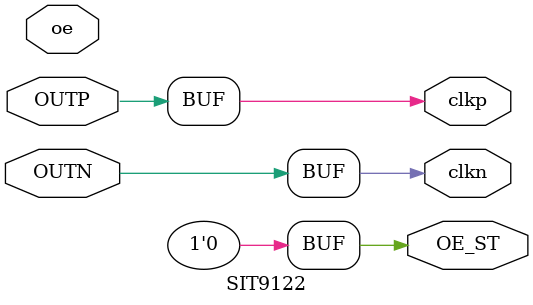
<source format=v>
module SIT9122 (output OE_ST,input OUTN,input OUTP,
 input oe,
 output clkp,
 output clkn);
// pin  OUTN is      MGTREFCLK0N_116 bank 116 bus_bmb7_Y4[1]         D5
// pin  OUTP is      MGTREFCLK0P_116 bank 116 bus_bmb7_Y4[0]         D6
// pin OE_ST is        IO_L10P_T1_16 bank  16 bus_bmb7_Y4[2]         C9
assign OE_ST=0;
assign clkp=OUTP;
assign clkn=OUTN;
//assign OUTN=0;
//assign OUTP=0;
endmodule

</source>
